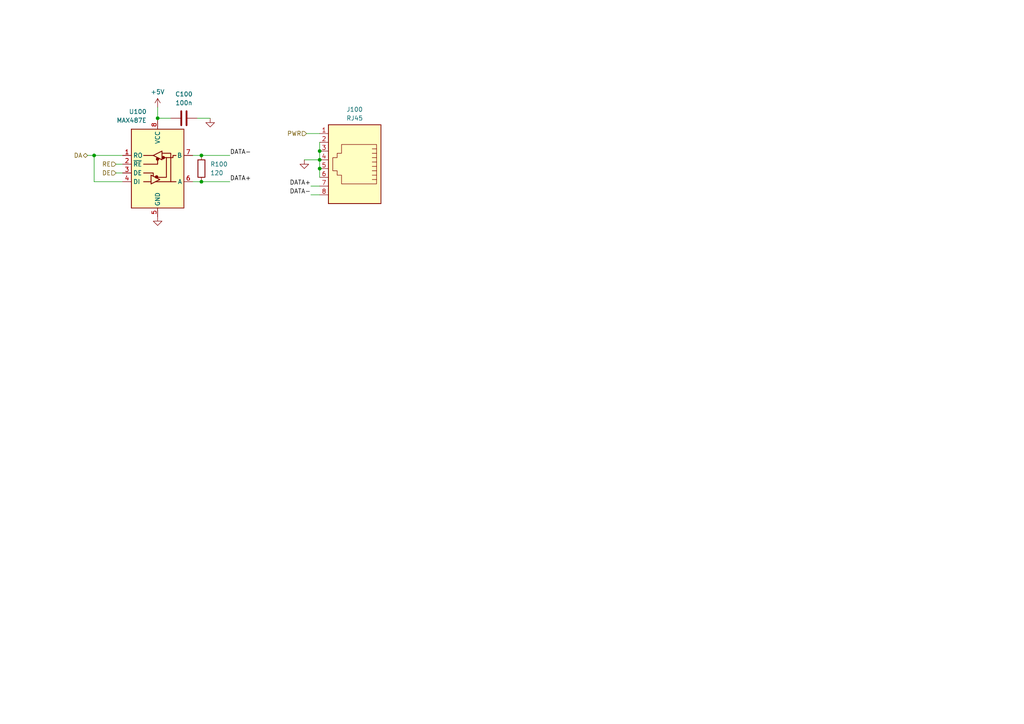
<source format=kicad_sch>
(kicad_sch (version 20230121) (generator eeschema)
  (paper "A4")
  (lib_symbols
    (symbol "Connector:RJ45" (pin_names (offset 1.016))
      (property "Reference" "J" (at -5.08 13.97 0))
      (property "Value" "RJ45" (at 2.54 13.97 0))
      (symbol "RJ45_0_1"
        (polyline (pts (xy -5.08 4.445) (xy -6.35 4.445)))
        (polyline (pts (xy -5.08 5.715) (xy -6.35 5.715)))
        (polyline (pts (xy -6.35 -3.175) (xy -5.08 -3.175) (xy -5.08 -3.175)))
        (polyline (pts (xy -6.35 -1.905) (xy -5.08 -1.905) (xy -5.08 -1.905)))
        (polyline (pts (xy -6.35 -0.635) (xy -5.08 -0.635) (xy -5.08 -0.635)))
        (polyline (pts (xy -6.35 0.635) (xy -5.08 0.635) (xy -5.08 0.635)))
        (polyline (pts (xy -6.35 1.905) (xy -5.08 1.905) (xy -5.08 1.905)))
        (polyline (pts (xy -5.08 3.175) (xy -6.35 3.175) (xy -6.35 3.175)))
        (polyline (pts (xy -6.35 -4.445) (xy -6.35 6.985) (xy 3.81 6.985) (xy 3.81 4.445) (xy 5.08 4.445) (xy 5.08 3.175) (xy 6.35 3.175) (xy 6.35 -0.635) (xy 5.08 -0.635) (xy 5.08 -1.905) (xy 3.81 -1.905) (xy 3.81 -4.445) (xy -6.35 -4.445) (xy -6.35 -4.445)))
        (rectangle (start 7.62 12.7) (end -7.62 -10.16) (stroke (width 0.254)) (fill (type background)))
      )
      (symbol "RJ45_1_1"
        (pin passive line (at 10.16 -7.62 180) (length 2.54) (name "~") (number "1"))
        (pin passive line (at 10.16 -5.08 180) (length 2.54) (name "~") (number "2"))
        (pin passive line (at 10.16 -2.54 180) (length 2.54) (name "~") (number "3"))
        (pin passive line (at 10.16 0 180) (length 2.54) (name "~") (number "4"))
        (pin passive line (at 10.16 2.54 180) (length 2.54) (name "~") (number "5"))
        (pin passive line (at 10.16 5.08 180) (length 2.54) (name "~") (number "6"))
        (pin passive line (at 10.16 7.62 180) (length 2.54) (name "~") (number "7"))
        (pin passive line (at 10.16 10.16 180) (length 2.54) (name "~") (number "8"))
      )
    )
    (symbol "Device:C" (pin_numbers hide) (pin_names (offset 0.254))
      (property "Reference" "C" (at 0.635 2.54 0))
      (property "Value" "C" (at 0.635 -2.54 0))
      (symbol "C_0_1"
        (polyline (pts (xy -2.032 -0.762) (xy 2.032 -0.762)) (stroke (width 0.508)))
        (polyline (pts (xy -2.032 0.762) (xy 2.032 0.762)) (stroke (width 0.508)))
      )
      (symbol "C_1_1"
        (pin passive line (at 0 3.81 270) (length 2.794) (name "~") (number "1"))
        (pin passive line (at 0 -3.81 90) (length 2.794) (name "~") (number "2"))
      )
    )
    (symbol "Device:R" (pin_numbers hide) (pin_names (offset 0))
      (property "Reference" "R" (at 2.032 0 90))
      (property "Value" "R" (at 0 0 90))
      (symbol "R_0_1"
        (rectangle (start -1.016 -2.54) (end 1.016 2.54) (stroke (width 0.254)))
      )
      (symbol "R_1_1"
        (pin passive line (at 0 3.81 270) (length 1.27) (name "~") (number "1"))
        (pin passive line (at 0 -3.81 90) (length 1.27) (name "~") (number "2"))
      )
    )
    (symbol "Interface_UART:MAX487E"
      (property "Reference" "U" (at -6.096 11.43 0))
      (property "Value" "MAX487E" (at 0.762 11.43 0))
      (symbol "MAX487E_0_1"
        (rectangle (start -7.62 10.16) (end 7.62 -12.7) (stroke (width 0.254)) (fill (type background)))
        (circle (center -0.3048 -3.683) (radius 0.3556) (stroke (width 0.254)) (fill (type outline)))
        (circle (center -0.0254 1.4986) (radius 0.3556) (stroke (width 0.254)) (fill (type outline)))
        (polyline (pts (xy -4.064 -5.08) (xy -1.905 -5.08)) (stroke (width 0.254)))
        (polyline (pts (xy -4.064 2.54) (xy -1.27 2.54)) (stroke (width 0.254)))
        (polyline (pts (xy -1.27 -3.2004) (xy -1.27 -3.4544)) (stroke (width 0.254)))
        (polyline (pts (xy -0.635 -5.08) (xy 5.334 -5.08)) (stroke (width 0.254)))
        (polyline (pts (xy -4.064 -2.54) (xy -1.27 -2.54) (xy -1.27 -3.175)) (stroke (width 0.254)))
        (polyline (pts (xy 0 1.27) (xy 0 0) (xy -4.064 0)) (stroke (width 0.254)))
        (polyline (pts (xy 1.27 3.175) (xy 3.81 3.175) (xy 3.81 -5.08)) (stroke (width 0.254)))
        (polyline (pts (xy 2.54 1.905) (xy 2.54 -3.81) (xy 0 -3.81)) (stroke (width 0.254)))
        (polyline (pts (xy -1.905 -3.175) (xy -1.905 -5.715) (xy 0.635 -4.445) (xy -1.905 -3.175)) (stroke (width 0.254)))
        (polyline (pts (xy -1.27 2.54) (xy 1.27 3.81) (xy 1.27 1.27) (xy -1.27 2.54)) (stroke (width 0.254)))
        (polyline (pts (xy 1.905 1.905) (xy 4.445 1.905) (xy 4.445 2.54) (xy 5.334 2.54)) (stroke (width 0.254)))
        (rectangle (start 1.27 3.175) (end 1.27 3.175))
        (circle (center 1.651 1.905) (radius 0.3556) (stroke (width 0.254)) (fill (type outline)))
      )
      (symbol "MAX487E_1_1"
        (pin output line (at -10.16 2.54 0) (length 2.54) (name "RO") (number "1"))
        (pin input line (at -10.16 0 0) (length 2.54) (name "~{RE}") (number "2"))
        (pin input line (at -10.16 -2.54 0) (length 2.54) (name "DE") (number "3"))
        (pin input line (at -10.16 -5.08 0) (length 2.54) (name "DI") (number "4"))
        (pin power_in line (at 0 -15.24 90) (length 2.54) (name "GND") (number "5"))
        (pin bidirectional line (at 10.16 -5.08 180) (length 2.54) (name "A") (number "6"))
        (pin bidirectional line (at 10.16 2.54 180) (length 2.54) (name "B") (number "7"))
        (pin power_in line (at 0 12.7 270) (length 2.54) (name "VCC") (number "8"))
      )
    )
    (symbol "power:+5V" (power) (pin_names (offset 0))
      (property "Value" "+5V" (at 0 3.556 0))
      (symbol "+5V_0_1"
        (polyline (pts (xy -0.762 1.27) (xy 0 2.54)))
        (polyline (pts (xy 0 0) (xy 0 2.54)))
        (polyline (pts (xy 0 2.54) (xy 0.762 1.27)))
      )
      (symbol "+5V_1_1"
        (pin power_in line (at 0 0 90) (length 0) hide (name "+5V") (number "1"))
      )
    )
    (symbol "power:GND" (power) (pin_names (offset 0))
      (property "Value" "GND" (at 0 -3.81 0))
      (symbol "GND_0_1"
        (polyline (pts (xy 0 0) (xy 0 -1.27) (xy 1.27 -1.27) (xy 0 -2.54) (xy -1.27 -1.27) (xy 0 -1.27)))
      )
      (symbol "GND_1_1"
        (pin power_in line (at 0 0 270) (length 0) hide (name "GND") (number "1"))
      )
    )
  )
  (junction (at 27.305 45.085))
  (junction (at 45.72 34.29))
  (junction (at 58.42 52.705))
  (junction (at 92.71 46.355))
  (junction (at 92.71 48.895))
  (junction (at 58.42 45.085))
  (junction (at 92.71 43.815))
  (wire (pts (xy 33.655 50.165) (xy 35.56 50.165)))
  (wire (pts (xy 58.42 52.705) (xy 55.88 52.705)))
  (wire (pts (xy 58.42 45.085) (xy 55.88 45.085)))
  (wire (pts (xy 25.4 45.085) (xy 27.305 45.085)))
  (wire (pts (xy 92.71 46.355) (xy 92.71 48.895)))
  (wire (pts (xy 90.17 56.515) (xy 92.71 56.515)))
  (wire (pts (xy 27.305 45.085) (xy 35.56 45.085)))
  (wire (pts (xy 88.9 38.735) (xy 92.71 38.735)))
  (wire (pts (xy 90.17 53.975) (xy 92.71 53.975)))
  (wire (pts (xy 45.72 31.115) (xy 45.72 34.29)))
  (wire (pts (xy 27.305 52.705) (xy 35.56 52.705)))
  (wire (pts (xy 92.71 48.895) (xy 92.71 51.435)))
  (wire (pts (xy 58.42 52.705) (xy 66.675 52.705)))
  (wire (pts (xy 45.72 34.29) (xy 49.53 34.29)))
  (wire (pts (xy 88.265 46.355) (xy 92.71 46.355)))
  (wire (pts (xy 33.655 47.625) (xy 35.56 47.625)))
  (wire (pts (xy 92.71 41.275) (xy 92.71 43.815)))
  (wire (pts (xy 60.96 34.29) (xy 57.15 34.29)))
  (wire (pts (xy 45.72 34.29) (xy 45.72 34.925)))
  (wire (pts (xy 92.71 43.815) (xy 92.71 46.355)))
  (wire (pts (xy 66.675 45.085) (xy 58.42 45.085)))
  (wire (pts (xy 27.305 52.705) (xy 27.305 45.085)))
  (label "DATA-" (at 66.675 45.085 0))
  (label "DATA+" (at 66.675 52.705 0))
  (label "DATA-" (at 90.17 56.515 180))
  (label "DATA+" (at 90.17 53.975 180))
  (hierarchical_label "RE" (shape input) (at 33.655 47.625 180))
  (hierarchical_label "DE" (shape input) (at 33.655 50.165 180))
  (hierarchical_label "PWR" (shape input) (at 88.9 38.735 180))
  (hierarchical_label "DA" (shape bidirectional) (at 25.4 45.085 180))
  (symbol (lib_id "Interface_UART:MAX487E") (at 45.72 47.625 0) (unit 1)
    (property "Reference" "U100" (at 42.545 32.385 0) (effects (justify right)))
    (property "Value" "MAX487E" (at 42.545 34.925 0) (effects (justify right)))
    (property "Footprint" "Package_SO:SOIC-8_3.9x4.9mm_P1.27mm" (effects hide))
    (property "Datasheet" "https://datasheets.maximintegrated.com/en/ds/MAX1487E-MAX491E.pdf" (effects hide))
    (instances (project "Case_Subt" (path "" (reference "U100") (unit 1)) (path "" (reference "U102") (unit 1)) (path "" (reference "U103") (unit 1)) (path "" (reference "U108") (unit 1)) (path "" (reference "U109") (unit 1)) (path "" (reference "U110") (unit 1)) (path "" (reference "U111") (unit 1)) (path "" (reference "U112") (unit 1)) (path "" (reference "U113") (unit 1)) (path "" (reference "U114") (unit 1)) (path "" (reference "U115") (unit 1)) (path "" (reference "U200") (unit 1)) (path "" (reference "U101") (unit 1)) (path "" (reference "U104") (unit 1)) (path "" (reference "U105") (unit 1)) (path "" (reference "U106") (unit 1)) (path "" (reference "U107") (unit 1))))
  )
  (symbol (lib_id "Device:R") (at 58.42 48.895 0) (unit 1)
    (property "Reference" "R100" (at 60.96 47.625 0) (effects (justify left)))
    (property "Value" "120" (at 60.96 50.165 0) (effects (justify left)))
    (property "Footprint" "Resistor_SMD:R_0402_1005Metric" (effects hide))
    (instances (project "Case_Subt" (path "" (reference "R100") (unit 1)) (path "" (reference "R102") (unit 1)) (path "" (reference "R103") (unit 1)) (path "" (reference "R108") (unit 1)) (path "" (reference "R109") (unit 1)) (path "" (reference "R110") (unit 1)) (path "" (reference "R111") (unit 1)) (path "" (reference "R112") (unit 1)) (path "" (reference "R113") (unit 1)) (path "" (reference "R114") (unit 1)) (path "" (reference "R115") (unit 1)) (path "" (reference "R200") (unit 1)) (path "" (reference "R101") (unit 1)) (path "" (reference "R104") (unit 1)) (path "" (reference "R105") (unit 1)) (path "" (reference "R106") (unit 1)) (path "" (reference "R107") (unit 1))))
  )
  (symbol (lib_id "power:+5V") (at 45.72 31.115 0) (unit 1)
    (property "Reference" "#PWR036" (effects hide))
    (property "Value" "+5V" (at 45.72 26.67 0))
    (instances (project "Case_Subt" (path "" (reference "#PWR036") (unit 1)) (path "" (reference "#PWR0104") (unit 1)) (path "" (reference "#PWR0108") (unit 1)) (path "" (reference "#PWR0112") (unit 1)) (path "" (reference "#PWR0116") (unit 1)) (path "" (reference "#PWR0132") (unit 1)) (path "" (reference "#PWR0128") (unit 1)) (path "" (reference "#PWR0124") (unit 1)) (path "" (reference "#PWR0120") (unit 1)) (path "" (reference "#PWR0136") (unit 1)) (path "" (reference "#PWR0140") (unit 1)) (path "" (reference "#PWR0144") (unit 1)) (path "" (reference "#PWR0148") (unit 1)) (path "" (reference "#PWR0164") (unit 1)) (path "" (reference "#PWR0160") (unit 1)) (path "" (reference "#PWR0156") (unit 1)) (path "" (reference "#PWR0152") (unit 1))))
  )
  (symbol (lib_id "Device:C") (at 53.34 34.29 90) (unit 1)
    (property "Reference" "C100" (at 53.34 27.305 90))
    (property "Value" "100n" (at 53.34 29.845 90))
    (property "Footprint" "Capacitor_SMD:C_0402_1005Metric" (effects hide))
    (instances (project "Case_Subt" (path "" (reference "C100") (unit 1)) (path "" (reference "C102") (unit 1)) (path "" (reference "C103") (unit 1)) (path "" (reference "C108") (unit 1)) (path "" (reference "C109") (unit 1)) (path "" (reference "C110") (unit 1)) (path "" (reference "C111") (unit 1)) (path "" (reference "C112") (unit 1)) (path "" (reference "C113") (unit 1)) (path "" (reference "C114") (unit 1)) (path "" (reference "C115") (unit 1)) (path "" (reference "C200") (unit 1)) (path "" (reference "C101") (unit 1)) (path "" (reference "C104") (unit 1)) (path "" (reference "C105") (unit 1)) (path "" (reference "C106") (unit 1)) (path "" (reference "C107") (unit 1))))
  )
  (symbol (lib_id "power:GND") (at 45.72 62.865 0) (unit 1)
    (property "Reference" "#PWR038" (effects hide))
    (property "Value" "GND" (effects hide))
    (instances (project "Case_Subt" (path "" (reference "#PWR038") (unit 1)) (path "" (reference "#PWR0103") (unit 1)) (path "" (reference "#PWR0107") (unit 1)) (path "" (reference "#PWR0111") (unit 1)) (path "" (reference "#PWR0115") (unit 1)) (path "" (reference "#PWR0131") (unit 1)) (path "" (reference "#PWR0127") (unit 1)) (path "" (reference "#PWR0123") (unit 1)) (path "" (reference "#PWR0119") (unit 1)) (path "" (reference "#PWR0135") (unit 1)) (path "" (reference "#PWR0139") (unit 1)) (path "" (reference "#PWR0143") (unit 1)) (path "" (reference "#PWR0147") (unit 1)) (path "" (reference "#PWR0163") (unit 1)) (path "" (reference "#PWR0159") (unit 1)) (path "" (reference "#PWR0155") (unit 1)) (path "" (reference "#PWR0151") (unit 1))))
  )
  (symbol (lib_id "power:GND") (at 60.96 34.29 0) (unit 1)
    (property "Reference" "#PWR039" (effects hide))
    (property "Value" "GND" (effects hide))
    (instances (project "Case_Subt" (path "" (reference "#PWR039") (unit 1)) (path "" (reference "#PWR0101") (unit 1)) (path "" (reference "#PWR0105") (unit 1)) (path "" (reference "#PWR0109") (unit 1)) (path "" (reference "#PWR0113") (unit 1)) (path "" (reference "#PWR0129") (unit 1)) (path "" (reference "#PWR0125") (unit 1)) (path "" (reference "#PWR0121") (unit 1)) (path "" (reference "#PWR0117") (unit 1)) (path "" (reference "#PWR0133") (unit 1)) (path "" (reference "#PWR0137") (unit 1)) (path "" (reference "#PWR0141") (unit 1)) (path "" (reference "#PWR0145") (unit 1)) (path "" (reference "#PWR0161") (unit 1)) (path "" (reference "#PWR0157") (unit 1)) (path "" (reference "#PWR0153") (unit 1)) (path "" (reference "#PWR0149") (unit 1))))
  )
  (symbol (lib_id "power:GND") (at 88.265 46.355 0) (unit 1)
    (property "Reference" "#PWR040" (effects hide))
    (property "Value" "GND" (effects hide))
    (instances (project "Case_Subt" (path "" (reference "#PWR040") (unit 1)) (path "" (reference "#PWR0102") (unit 1)) (path "" (reference "#PWR0106") (unit 1)) (path "" (reference "#PWR0110") (unit 1)) (path "" (reference "#PWR0114") (unit 1)) (path "" (reference "#PWR0130") (unit 1)) (path "" (reference "#PWR0126") (unit 1)) (path "" (reference "#PWR0122") (unit 1)) (path "" (reference "#PWR0118") (unit 1)) (path "" (reference "#PWR0134") (unit 1)) (path "" (reference "#PWR0138") (unit 1)) (path "" (reference "#PWR0142") (unit 1)) (path "" (reference "#PWR0146") (unit 1)) (path "" (reference "#PWR0162") (unit 1)) (path "" (reference "#PWR0158") (unit 1)) (path "" (reference "#PWR0154") (unit 1)) (path "" (reference "#PWR0150") (unit 1))))
  )
  (symbol (lib_id "Connector:RJ45") (at 102.87 46.355 180) (unit 1)
    (property "Reference" "J100" (at 102.87 31.75 0))
    (property "Value" "RJ45" (at 102.87 34.29 0))
    (property "Footprint" "Connector_RJ:RJ45_OST_PJ012-8P8CX_Vertical" (effects hide))
    (instances (project "Case_Subt" (path "" (reference "J100") (unit 1)) (path "" (reference "J102") (unit 1)) (path "" (reference "J103") (unit 1)) (path "" (reference "J108") (unit 1)) (path "" (reference "J109") (unit 1)) (path "" (reference "J110") (unit 1)) (path "" (reference "J111") (unit 1)) (path "" (reference "J112") (unit 1)) (path "" (reference "J113") (unit 1)) (path "" (reference "J114") (unit 1)) (path "" (reference "J115") (unit 1)) (path "" (reference "J200") (unit 1)) (path "" (reference "J101") (unit 1)) (path "" (reference "J104") (unit 1)) (path "" (reference "J105") (unit 1)) (path "" (reference "J106") (unit 1)) (path "" (reference "J107") (unit 1))))
  )
)
</source>
